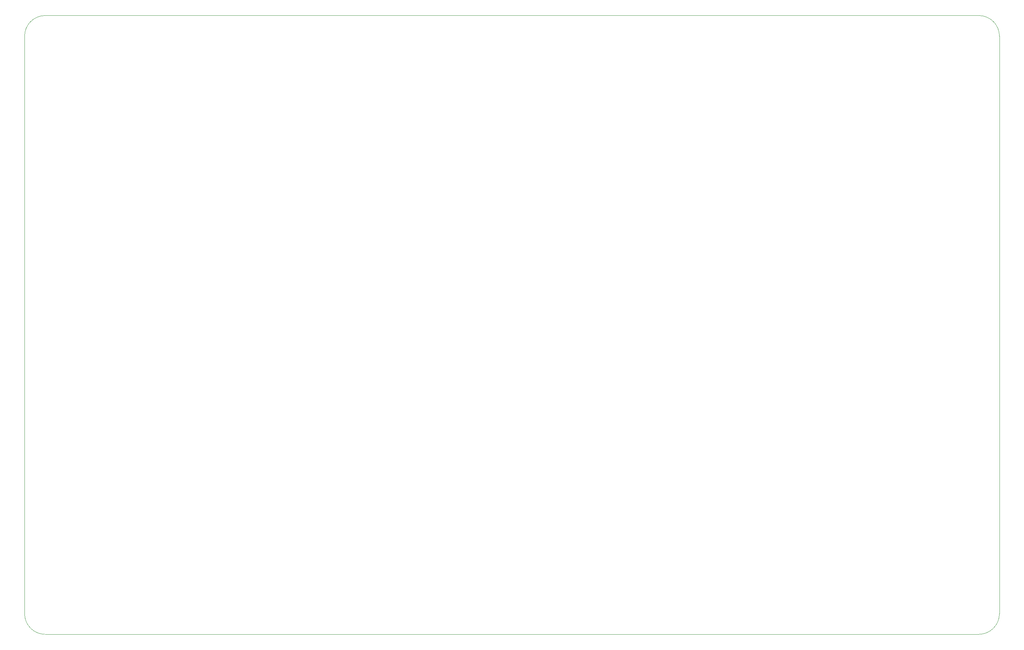
<source format=gbr>
%TF.GenerationSoftware,KiCad,Pcbnew,(6.0.9)*%
%TF.CreationDate,2023-05-11T15:11:41+03:00*%
%TF.ProjectId,EVD80_ControlBoard,45564438-305f-4436-9f6e-74726f6c426f,rev?*%
%TF.SameCoordinates,Original*%
%TF.FileFunction,Profile,NP*%
%FSLAX46Y46*%
G04 Gerber Fmt 4.6, Leading zero omitted, Abs format (unit mm)*
G04 Created by KiCad (PCBNEW (6.0.9)) date 2023-05-11 15:11:41*
%MOMM*%
%LPD*%
G01*
G04 APERTURE LIST*
%TA.AperFunction,Profile*%
%ADD10C,0.100000*%
%TD*%
G04 APERTURE END LIST*
D10*
X105000000Y-80000000D02*
X331000000Y-80000000D01*
X331000000Y-230000000D02*
G75*
G03*
X336000000Y-225000000I0J5000000D01*
G01*
X100000000Y-225000000D02*
G75*
G03*
X105000000Y-230000000I5000000J0D01*
G01*
X105000000Y-230000000D02*
X331000000Y-230000000D01*
X105000000Y-80000000D02*
G75*
G03*
X100000000Y-85000000I0J-5000000D01*
G01*
X336000000Y-85000000D02*
G75*
G03*
X331000000Y-80000000I-5000000J0D01*
G01*
X336000000Y-85000000D02*
X336000000Y-225000000D01*
X100000000Y-85000000D02*
X100000000Y-225000000D01*
M02*

</source>
